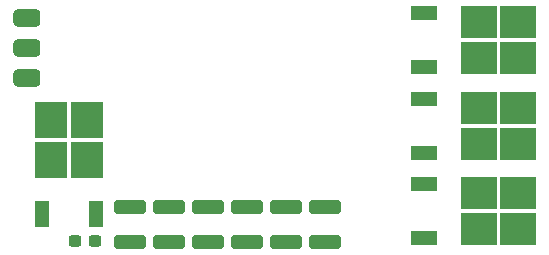
<source format=gbr>
%TF.GenerationSoftware,KiCad,Pcbnew,(6.0.5)*%
%TF.CreationDate,2023-01-05T14:47:55+08:00*%
%TF.ProjectId,Brushless_ESC_STC,42727573-686c-4657-9373-5f4553435f53,rev?*%
%TF.SameCoordinates,Original*%
%TF.FileFunction,Paste,Bot*%
%TF.FilePolarity,Positive*%
%FSLAX46Y46*%
G04 Gerber Fmt 4.6, Leading zero omitted, Abs format (unit mm)*
G04 Created by KiCad (PCBNEW (6.0.5)) date 2023-01-05 14:47:55*
%MOMM*%
%LPD*%
G01*
G04 APERTURE LIST*
G04 Aperture macros list*
%AMRoundRect*
0 Rectangle with rounded corners*
0 $1 Rounding radius*
0 $2 $3 $4 $5 $6 $7 $8 $9 X,Y pos of 4 corners*
0 Add a 4 corners polygon primitive as box body*
4,1,4,$2,$3,$4,$5,$6,$7,$8,$9,$2,$3,0*
0 Add four circle primitives for the rounded corners*
1,1,$1+$1,$2,$3*
1,1,$1+$1,$4,$5*
1,1,$1+$1,$6,$7*
1,1,$1+$1,$8,$9*
0 Add four rect primitives between the rounded corners*
20,1,$1+$1,$2,$3,$4,$5,0*
20,1,$1+$1,$4,$5,$6,$7,0*
20,1,$1+$1,$6,$7,$8,$9,0*
20,1,$1+$1,$8,$9,$2,$3,0*%
G04 Aperture macros list end*
%ADD10RoundRect,0.250000X1.100000X-0.325000X1.100000X0.325000X-1.100000X0.325000X-1.100000X-0.325000X0*%
%ADD11R,2.750000X3.050000*%
%ADD12R,1.200000X2.200000*%
%ADD13R,2.200000X1.200000*%
%ADD14R,3.050000X2.750000*%
%ADD15RoundRect,0.381000X0.762000X0.381000X-0.762000X0.381000X-0.762000X-0.381000X0.762000X-0.381000X0*%
%ADD16RoundRect,0.237500X0.300000X0.237500X-0.300000X0.237500X-0.300000X-0.237500X0.300000X-0.237500X0*%
G04 APERTURE END LIST*
D10*
%TO.C,C7*%
X109220000Y-142826000D03*
X109220000Y-139876000D03*
%TD*%
%TO.C,C6*%
X115824000Y-142826000D03*
X115824000Y-139876000D03*
%TD*%
%TO.C,C5*%
X112522000Y-142826000D03*
X112522000Y-139876000D03*
%TD*%
D11*
%TO.C,U1*%
X95632000Y-135846000D03*
X92582000Y-135846000D03*
X95632000Y-132496000D03*
X92582000Y-132496000D03*
D12*
X96387000Y-140471000D03*
X91827000Y-140471000D03*
%TD*%
D13*
%TO.C,Q15*%
X124197000Y-137928000D03*
X124197000Y-142488000D03*
D14*
X132172000Y-138683000D03*
X132172000Y-141733000D03*
X128822000Y-138683000D03*
X128822000Y-141733000D03*
%TD*%
%TO.C,Q13*%
X128822000Y-134494000D03*
X128822000Y-131444000D03*
X132172000Y-134494000D03*
X132172000Y-131444000D03*
D13*
X124197000Y-135249000D03*
X124197000Y-130689000D03*
%TD*%
D14*
%TO.C,Q11*%
X128822000Y-127255000D03*
X128822000Y-124205000D03*
X132172000Y-127255000D03*
X132172000Y-124205000D03*
D13*
X124197000Y-128010000D03*
X124197000Y-123450000D03*
%TD*%
D15*
%TO.C,J4*%
X90551000Y-123825000D03*
%TD*%
%TO.C,J3*%
X90551000Y-126365000D03*
%TD*%
%TO.C,J2*%
X90551000Y-128905000D03*
%TD*%
D10*
%TO.C,C14*%
X99314000Y-142826000D03*
X99314000Y-139876000D03*
%TD*%
%TO.C,C12*%
X102616000Y-142826000D03*
X102616000Y-139876000D03*
%TD*%
%TO.C,C9*%
X105913000Y-142826000D03*
X105913000Y-139876000D03*
%TD*%
D16*
%TO.C,C1*%
X96366500Y-142748000D03*
X94641500Y-142748000D03*
%TD*%
M02*

</source>
